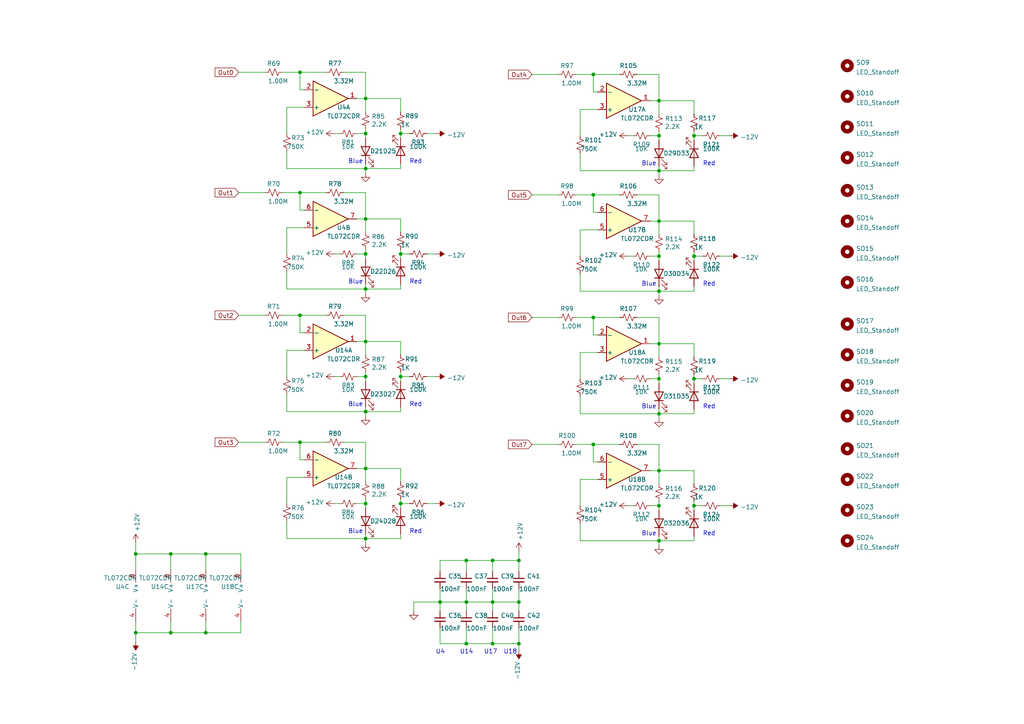
<source format=kicad_sch>
(kicad_sch (version 20211123) (generator eeschema)
  (paper "A4")
  (junction (at 106.045 119.38))
  (junction (at 59.69 160.655))
  (junction (at 135.255 174.625))
  (junction (at 106.045 73.66))
  (junction (at 201.295 39.37))
  (junction (at 191.135 39.37))
  (junction (at 191.135 64.135))
  (junction (at 191.135 99.695))
  (junction (at 106.045 109.22))
  (junction (at 116.205 109.22))
  (junction (at 106.045 28.575))
  (junction (at 150.495 162.56))
  (junction (at 116.205 146.05))
  (junction (at 142.875 186.69))
  (junction (at 49.53 183.515))
  (junction (at 150.495 174.625))
  (junction (at 39.37 160.655))
  (junction (at 59.69 183.515))
  (junction (at 172.085 56.515))
  (junction (at 106.045 38.735))
  (junction (at 135.255 186.69))
  (junction (at 116.205 73.66))
  (junction (at 142.875 162.56))
  (junction (at 150.495 186.69))
  (junction (at 106.045 146.05))
  (junction (at 106.045 99.06))
  (junction (at 191.135 120.015))
  (junction (at 86.995 20.955))
  (junction (at 39.37 183.515))
  (junction (at 172.085 128.905))
  (junction (at 191.135 49.53))
  (junction (at 142.875 174.625))
  (junction (at 127.635 174.625))
  (junction (at 191.135 156.845))
  (junction (at 191.135 109.855))
  (junction (at 201.295 109.855))
  (junction (at 106.045 63.5))
  (junction (at 106.045 156.21))
  (junction (at 201.295 146.685))
  (junction (at 191.135 146.685))
  (junction (at 191.135 74.295))
  (junction (at 106.045 135.89))
  (junction (at 106.045 83.82))
  (junction (at 172.085 21.59))
  (junction (at 201.295 74.295))
  (junction (at 86.995 128.27))
  (junction (at 106.045 48.895))
  (junction (at 172.085 92.075))
  (junction (at 191.135 29.21))
  (junction (at 86.995 91.44))
  (junction (at 191.135 84.455))
  (junction (at 191.135 136.525))
  (junction (at 49.53 160.655))
  (junction (at 135.255 162.56))
  (junction (at 86.995 55.88))
  (junction (at 116.205 38.735))
  (wire (pts (xy 135.255 174.625) (xy 135.255 177.165)))
  (wire (pts (xy 116.205 144.78) (xy 116.205 146.05)))
  (wire (pts (xy 182.245 146.685) (xy 183.515 146.685)))
  (wire (pts (xy 201.295 120.015) (xy 191.135 120.015)))
  (wire (pts (xy 127.635 170.815) (xy 127.635 174.625)))
  (wire (pts (xy 116.205 154.94) (xy 116.205 156.21)))
  (wire (pts (xy 116.205 146.05) (xy 116.205 147.32)))
  (wire (pts (xy 191.135 74.295) (xy 191.135 73.025)))
  (wire (pts (xy 81.915 20.955) (xy 86.995 20.955)))
  (wire (pts (xy 167.005 21.59) (xy 172.085 21.59)))
  (wire (pts (xy 161.925 56.515) (xy 154.305 56.515)))
  (wire (pts (xy 59.69 160.655) (xy 49.53 160.655)))
  (wire (pts (xy 173.355 61.595) (xy 172.085 61.595)))
  (wire (pts (xy 49.53 160.655) (xy 49.53 165.1)))
  (wire (pts (xy 106.045 102.87) (xy 106.045 99.06)))
  (wire (pts (xy 83.185 83.82) (xy 106.045 83.82)))
  (wire (pts (xy 97.155 146.05) (xy 98.425 146.05)))
  (wire (pts (xy 116.205 109.22) (xy 116.205 110.49)))
  (wire (pts (xy 191.135 140.335) (xy 191.135 136.525)))
  (wire (pts (xy 191.135 99.695) (xy 188.595 99.695)))
  (wire (pts (xy 142.875 182.245) (xy 142.875 186.69)))
  (wire (pts (xy 106.045 99.06) (xy 103.505 99.06)))
  (wire (pts (xy 49.53 180.34) (xy 49.53 183.515)))
  (wire (pts (xy 191.135 136.525) (xy 188.595 136.525)))
  (wire (pts (xy 135.255 162.56) (xy 135.255 165.735)))
  (wire (pts (xy 191.135 109.855) (xy 191.135 108.585)))
  (wire (pts (xy 127.635 165.735) (xy 127.635 162.56)))
  (wire (pts (xy 106.045 110.49) (xy 106.045 109.22)))
  (wire (pts (xy 168.275 84.455) (xy 191.135 84.455)))
  (wire (pts (xy 59.69 183.515) (xy 49.53 183.515)))
  (wire (pts (xy 201.295 74.295) (xy 201.295 75.565)))
  (wire (pts (xy 191.135 158.115) (xy 191.135 156.845)))
  (wire (pts (xy 191.135 75.565) (xy 191.135 74.295)))
  (wire (pts (xy 142.875 174.625) (xy 142.875 177.165)))
  (wire (pts (xy 172.085 21.59) (xy 179.705 21.59)))
  (wire (pts (xy 106.045 85.09) (xy 106.045 83.82)))
  (wire (pts (xy 208.915 74.295) (xy 211.455 74.295)))
  (wire (pts (xy 191.135 29.21) (xy 201.295 29.21)))
  (wire (pts (xy 106.045 28.575) (xy 103.505 28.575)))
  (wire (pts (xy 172.085 26.67) (xy 172.085 21.59)))
  (wire (pts (xy 97.155 109.22) (xy 98.425 109.22)))
  (wire (pts (xy 201.295 84.455) (xy 191.135 84.455)))
  (wire (pts (xy 188.595 109.855) (xy 191.135 109.855)))
  (wire (pts (xy 208.915 109.855) (xy 211.455 109.855)))
  (wire (pts (xy 191.135 40.64) (xy 191.135 39.37)))
  (wire (pts (xy 106.045 48.895) (xy 106.045 47.625)))
  (wire (pts (xy 135.255 186.69) (xy 142.875 186.69)))
  (wire (pts (xy 172.085 97.155) (xy 172.085 92.075)))
  (wire (pts (xy 99.695 128.27) (xy 106.045 128.27)))
  (wire (pts (xy 208.915 39.37) (xy 211.455 39.37)))
  (wire (pts (xy 172.085 56.515) (xy 179.705 56.515)))
  (wire (pts (xy 173.355 66.675) (xy 168.275 66.675)))
  (wire (pts (xy 201.295 29.21) (xy 201.295 33.02)))
  (wire (pts (xy 86.995 55.88) (xy 94.615 55.88)))
  (wire (pts (xy 191.135 120.015) (xy 191.135 118.745)))
  (wire (pts (xy 150.495 186.69) (xy 150.495 188.595)))
  (wire (pts (xy 191.135 56.515) (xy 191.135 64.135)))
  (wire (pts (xy 127.635 186.69) (xy 135.255 186.69)))
  (wire (pts (xy 106.045 135.89) (xy 103.505 135.89)))
  (wire (pts (xy 88.265 138.43) (xy 83.185 138.43)))
  (wire (pts (xy 127.635 174.625) (xy 127.635 177.165)))
  (wire (pts (xy 116.205 47.625) (xy 116.205 48.895)))
  (wire (pts (xy 76.835 55.88) (xy 69.215 55.88)))
  (wire (pts (xy 116.205 135.89) (xy 116.205 139.7)))
  (wire (pts (xy 135.255 174.625) (xy 127.635 174.625)))
  (wire (pts (xy 168.275 102.235) (xy 168.275 109.855)))
  (wire (pts (xy 106.045 63.5) (xy 103.505 63.5)))
  (wire (pts (xy 116.205 118.11) (xy 116.205 119.38)))
  (wire (pts (xy 184.785 56.515) (xy 191.135 56.515)))
  (wire (pts (xy 191.135 146.685) (xy 191.135 145.415)))
  (wire (pts (xy 201.295 99.695) (xy 201.295 103.505)))
  (wire (pts (xy 76.835 128.27) (xy 69.215 128.27)))
  (wire (pts (xy 106.045 119.38) (xy 106.045 118.11)))
  (wire (pts (xy 86.995 133.35) (xy 86.995 128.27)))
  (wire (pts (xy 116.205 28.575) (xy 116.205 32.385)))
  (wire (pts (xy 168.275 79.375) (xy 168.275 84.455)))
  (wire (pts (xy 135.255 182.245) (xy 135.255 186.69)))
  (wire (pts (xy 150.495 182.245) (xy 150.495 186.69)))
  (wire (pts (xy 167.005 56.515) (xy 172.085 56.515)))
  (wire (pts (xy 83.185 78.74) (xy 83.185 83.82)))
  (wire (pts (xy 201.295 136.525) (xy 201.295 140.335)))
  (wire (pts (xy 103.505 109.22) (xy 106.045 109.22)))
  (wire (pts (xy 116.205 119.38) (xy 106.045 119.38)))
  (wire (pts (xy 201.295 49.53) (xy 191.135 49.53)))
  (wire (pts (xy 59.69 160.655) (xy 59.69 165.1)))
  (wire (pts (xy 201.295 109.855) (xy 201.295 111.125)))
  (wire (pts (xy 184.785 21.59) (xy 191.135 21.59)))
  (wire (pts (xy 116.205 82.55) (xy 116.205 83.82)))
  (wire (pts (xy 81.915 55.88) (xy 86.995 55.88)))
  (wire (pts (xy 86.995 91.44) (xy 94.615 91.44)))
  (wire (pts (xy 191.135 21.59) (xy 191.135 29.21)))
  (wire (pts (xy 69.85 183.515) (xy 59.69 183.515)))
  (wire (pts (xy 191.135 50.8) (xy 191.135 49.53)))
  (wire (pts (xy 39.37 160.655) (xy 39.37 165.1)))
  (wire (pts (xy 173.355 26.67) (xy 172.085 26.67)))
  (wire (pts (xy 142.875 162.56) (xy 142.875 165.735)))
  (wire (pts (xy 88.265 31.115) (xy 83.185 31.115)))
  (wire (pts (xy 106.045 120.65) (xy 106.045 119.38)))
  (wire (pts (xy 116.205 83.82) (xy 106.045 83.82)))
  (wire (pts (xy 201.295 109.855) (xy 203.835 109.855)))
  (wire (pts (xy 191.135 121.285) (xy 191.135 120.015)))
  (wire (pts (xy 188.595 39.37) (xy 191.135 39.37)))
  (wire (pts (xy 103.505 38.735) (xy 106.045 38.735)))
  (wire (pts (xy 173.355 97.155) (xy 172.085 97.155)))
  (wire (pts (xy 201.295 64.135) (xy 201.295 67.945)))
  (wire (pts (xy 83.185 138.43) (xy 83.185 146.05)))
  (wire (pts (xy 201.295 39.37) (xy 203.835 39.37)))
  (wire (pts (xy 184.785 128.905) (xy 191.135 128.905)))
  (wire (pts (xy 168.275 114.935) (xy 168.275 120.015)))
  (wire (pts (xy 168.275 156.845) (xy 191.135 156.845)))
  (wire (pts (xy 201.295 83.185) (xy 201.295 84.455)))
  (wire (pts (xy 191.135 49.53) (xy 191.135 48.26)))
  (wire (pts (xy 81.915 91.44) (xy 86.995 91.44)))
  (wire (pts (xy 106.045 128.27) (xy 106.045 135.89)))
  (wire (pts (xy 83.185 48.895) (xy 106.045 48.895)))
  (wire (pts (xy 106.045 67.31) (xy 106.045 63.5)))
  (wire (pts (xy 83.185 31.115) (xy 83.185 38.735)))
  (wire (pts (xy 106.045 99.06) (xy 116.205 99.06)))
  (wire (pts (xy 106.045 146.05) (xy 106.045 144.78)))
  (wire (pts (xy 123.825 146.05) (xy 126.365 146.05)))
  (wire (pts (xy 172.085 128.905) (xy 179.705 128.905)))
  (wire (pts (xy 201.295 155.575) (xy 201.295 156.845)))
  (wire (pts (xy 49.53 183.515) (xy 39.37 183.515)))
  (wire (pts (xy 191.135 99.695) (xy 201.295 99.695)))
  (wire (pts (xy 191.135 33.02) (xy 191.135 29.21)))
  (wire (pts (xy 106.045 157.48) (xy 106.045 156.21)))
  (wire (pts (xy 135.255 170.815) (xy 135.255 174.625)))
  (wire (pts (xy 86.995 128.27) (xy 94.615 128.27)))
  (wire (pts (xy 173.355 102.235) (xy 168.275 102.235)))
  (wire (pts (xy 142.875 186.69) (xy 150.495 186.69)))
  (wire (pts (xy 201.295 156.845) (xy 191.135 156.845)))
  (wire (pts (xy 201.295 48.26) (xy 201.295 49.53)))
  (wire (pts (xy 167.005 92.075) (xy 172.085 92.075)))
  (wire (pts (xy 173.355 133.985) (xy 172.085 133.985)))
  (wire (pts (xy 116.205 37.465) (xy 116.205 38.735)))
  (wire (pts (xy 168.275 120.015) (xy 191.135 120.015)))
  (wire (pts (xy 86.995 60.96) (xy 86.995 55.88)))
  (wire (pts (xy 201.295 108.585) (xy 201.295 109.855)))
  (wire (pts (xy 106.045 109.22) (xy 106.045 107.95)))
  (wire (pts (xy 106.045 38.735) (xy 106.045 37.465)))
  (wire (pts (xy 191.135 92.075) (xy 191.135 99.695)))
  (wire (pts (xy 172.085 133.985) (xy 172.085 128.905)))
  (wire (pts (xy 88.265 101.6) (xy 83.185 101.6)))
  (wire (pts (xy 106.045 135.89) (xy 116.205 135.89)))
  (wire (pts (xy 116.205 156.21) (xy 106.045 156.21)))
  (wire (pts (xy 86.995 26.035) (xy 86.995 20.955)))
  (wire (pts (xy 142.875 174.625) (xy 150.495 174.625)))
  (wire (pts (xy 201.295 73.025) (xy 201.295 74.295)))
  (wire (pts (xy 150.495 160.02) (xy 150.495 162.56)))
  (wire (pts (xy 99.695 91.44) (xy 106.045 91.44)))
  (wire (pts (xy 69.85 160.655) (xy 59.69 160.655)))
  (wire (pts (xy 88.265 26.035) (xy 86.995 26.035)))
  (wire (pts (xy 168.275 66.675) (xy 168.275 74.295)))
  (wire (pts (xy 191.135 111.125) (xy 191.135 109.855)))
  (wire (pts (xy 83.185 43.815) (xy 83.185 48.895)))
  (wire (pts (xy 191.135 128.905) (xy 191.135 136.525)))
  (wire (pts (xy 191.135 29.21) (xy 188.595 29.21)))
  (wire (pts (xy 86.995 96.52) (xy 86.995 91.44)))
  (wire (pts (xy 69.85 165.1) (xy 69.85 160.655)))
  (wire (pts (xy 83.185 66.04) (xy 83.185 73.66)))
  (wire (pts (xy 191.135 156.845) (xy 191.135 155.575)))
  (wire (pts (xy 83.185 151.13) (xy 83.185 156.21)))
  (wire (pts (xy 106.045 73.66) (xy 106.045 72.39)))
  (wire (pts (xy 168.275 151.765) (xy 168.275 156.845)))
  (wire (pts (xy 106.045 83.82) (xy 106.045 82.55)))
  (wire (pts (xy 39.37 183.515) (xy 39.37 180.34)))
  (wire (pts (xy 103.505 73.66) (xy 106.045 73.66)))
  (wire (pts (xy 116.205 48.895) (xy 106.045 48.895)))
  (wire (pts (xy 191.135 64.135) (xy 188.595 64.135)))
  (wire (pts (xy 123.825 73.66) (xy 126.365 73.66)))
  (wire (pts (xy 88.265 133.35) (xy 86.995 133.35)))
  (wire (pts (xy 142.875 170.815) (xy 142.875 174.625)))
  (wire (pts (xy 173.355 139.065) (xy 168.275 139.065)))
  (wire (pts (xy 191.135 84.455) (xy 191.135 83.185)))
  (wire (pts (xy 172.085 92.075) (xy 179.705 92.075)))
  (wire (pts (xy 83.185 114.3) (xy 83.185 119.38)))
  (wire (pts (xy 182.245 74.295) (xy 183.515 74.295)))
  (wire (pts (xy 191.135 85.725) (xy 191.135 84.455)))
  (wire (pts (xy 76.835 91.44) (xy 69.215 91.44)))
  (wire (pts (xy 116.205 107.95) (xy 116.205 109.22)))
  (wire (pts (xy 88.265 96.52) (xy 86.995 96.52)))
  (wire (pts (xy 184.785 92.075) (xy 191.135 92.075)))
  (wire (pts (xy 201.295 39.37) (xy 201.295 40.64)))
  (wire (pts (xy 83.185 156.21) (xy 106.045 156.21)))
  (wire (pts (xy 106.045 63.5) (xy 116.205 63.5)))
  (wire (pts (xy 103.505 146.05) (xy 106.045 146.05)))
  (wire (pts (xy 135.255 162.56) (xy 142.875 162.56)))
  (wire (pts (xy 201.295 38.1) (xy 201.295 39.37)))
  (wire (pts (xy 191.135 64.135) (xy 201.295 64.135)))
  (wire (pts (xy 106.045 28.575) (xy 116.205 28.575)))
  (wire (pts (xy 86.995 20.955) (xy 94.615 20.955)))
  (wire (pts (xy 208.915 146.685) (xy 211.455 146.685)))
  (wire (pts (xy 116.205 73.66) (xy 118.745 73.66)))
  (wire (pts (xy 116.205 146.05) (xy 118.745 146.05)))
  (wire (pts (xy 142.875 174.625) (xy 135.255 174.625)))
  (wire (pts (xy 83.185 119.38) (xy 106.045 119.38)))
  (wire (pts (xy 97.155 73.66) (xy 98.425 73.66)))
  (wire (pts (xy 168.275 44.45) (xy 168.275 49.53)))
  (wire (pts (xy 150.495 170.815) (xy 150.495 174.625)))
  (wire (pts (xy 99.695 20.955) (xy 106.045 20.955)))
  (wire (pts (xy 49.53 160.655) (xy 39.37 160.655)))
  (wire (pts (xy 106.045 91.44) (xy 106.045 99.06)))
  (wire (pts (xy 99.695 55.88) (xy 106.045 55.88)))
  (wire (pts (xy 39.37 157.48) (xy 39.37 160.655)))
  (wire (pts (xy 150.495 162.56) (xy 150.495 165.735)))
  (wire (pts (xy 116.205 73.66) (xy 116.205 74.93)))
  (wire (pts (xy 106.045 74.93) (xy 106.045 73.66)))
  (wire (pts (xy 106.045 50.165) (xy 106.045 48.895)))
  (wire (pts (xy 167.005 128.905) (xy 172.085 128.905)))
  (wire (pts (xy 161.925 92.075) (xy 154.305 92.075)))
  (wire (pts (xy 201.295 146.685) (xy 203.835 146.685)))
  (wire (pts (xy 106.045 40.005) (xy 106.045 38.735)))
  (wire (pts (xy 182.245 109.855) (xy 183.515 109.855)))
  (wire (pts (xy 116.205 109.22) (xy 118.745 109.22)))
  (wire (pts (xy 106.045 32.385) (xy 106.045 28.575)))
  (wire (pts (xy 201.295 118.745) (xy 201.295 120.015)))
  (wire (pts (xy 142.875 162.56) (xy 150.495 162.56)))
  (wire (pts (xy 188.595 74.295) (xy 191.135 74.295)))
  (wire (pts (xy 106.045 147.32) (xy 106.045 146.05)))
  (wire (pts (xy 173.355 31.75) (xy 168.275 31.75)))
  (wire (pts (xy 201.295 146.685) (xy 201.295 147.955)))
  (wire (pts (xy 172.085 61.595) (xy 172.085 56.515)))
  (wire (pts (xy 191.135 103.505) (xy 191.135 99.695)))
  (wire (pts (xy 88.265 66.04) (xy 83.185 66.04)))
  (wire (pts (xy 81.915 128.27) (xy 86.995 128.27)))
  (wire (pts (xy 168.275 31.75) (xy 168.275 39.37)))
  (wire (pts (xy 88.265 60.96) (xy 86.995 60.96)))
  (wire (pts (xy 127.635 162.56) (xy 135.255 162.56)))
  (wire (pts (xy 116.205 38.735) (xy 118.745 38.735)))
  (wire (pts (xy 116.205 63.5) (xy 116.205 67.31)))
  (wire (pts (xy 123.825 38.735) (xy 126.365 38.735)))
  (wire (pts (xy 106.045 139.7) (xy 106.045 135.89)))
  (wire (pts (xy 161.925 128.905) (xy 154.305 128.905)))
  (wire (pts (xy 201.295 145.415) (xy 201.295 146.685)))
  (wire (pts (xy 106.045 55.88) (xy 106.045 63.5)))
  (wire (pts (xy 150.495 174.625) (xy 150.495 177.165)))
  (wire (pts (xy 120.015 177.165) (xy 120.015 174.625)))
  (wire (pts (xy 116.205 72.39) (xy 116.205 73.66)))
  (wire (pts (xy 69.85 180.34) (xy 69.85 183.515)))
  (wire (pts (xy 76.835 20.955) (xy 69.215 20.955)))
  (wire (pts (xy 168.275 139.065) (xy 168.275 146.685)))
  (wire (pts (xy 83.185 101.6) (xy 83.185 109.22)))
  (wire (pts (xy 168.275 49.53) (xy 191.135 49.53)))
  (wire (pts (xy 106.045 20.955) (xy 106.045 28.575)))
  (wire (pts (xy 161.925 21.59) (xy 154.305 21.59)))
  (wire (pts (xy 191.135 136.525) (xy 201.295 136.525)))
  (wire (pts (xy 39.37 183.515) (xy 39.37 186.055)))
  (wire (pts (xy 201.295 74.295) (xy 203.835 74.295)))
  (wire (pts (xy 97.155 38.735) (xy 98.425 38.735)))
  (wire (pts (xy 120.015 174.625) (xy 127.635 174.625)))
  (wire (pts (xy 127.635 182.245) (xy 127.635 186.69)))
  (wire (pts (xy 116.205 38.735) (xy 116.205 40.005)))
  (wire (pts (xy 123.825 109.22) (xy 126.365 109.22)))
  (wire (pts (xy 191.135 67.945) (xy 191.135 64.135)))
  (wire (pts (xy 182.245 39.37) (xy 183.515 39.37)))
  (wire (pts (xy 59.69 180.34) (xy 59.69 183.515)))
  (wire (pts (xy 106.045 156.21) (xy 106.045 154.94)))
  (wire (pts (xy 116.205 99.06) (xy 116.205 102.87)))
  (wire (pts (xy 188.595 146.685) (xy 191.135 146.685)))
  (wire (pts (xy 191.135 39.37) (xy 191.135 38.1)))
  (wire (pts (xy 191.135 147.955) (xy 191.135 146.685)))
  (text "Red" (at 118.745 47.625 0) (effects (font (size 1.27 1.27)) (justify left bottom)))
  (text "Red" (at 118.745 118.11 0) (effects (font (size 1.27 1.27)) (justify left bottom)))
  (text "Blue" (at 100.965 82.55 0) (effects (font (size 1.27 1.27)) (justify left bottom)))
  (text "Red" (at 203.835 155.575 0) (effects (font (size 1.27 1.27)) (justify left bottom)))
  (text "Blue" (at 100.965 118.11 0) (effects (font (size 1.27 1.27)) (justify left bottom)))
  (text "Blue" (at 100.965 47.625 0) (effects (font (size 1.27 1.27)) (justify left bottom)))
  (text "U14" (at 133.35 189.865 0) (effects (font (size 1.27 1.27)) (justify left bottom)))
  (text "Red" (at 203.835 118.745 0) (effects (font (size 1.27 1.27)) (justify left bottom)))
  (text "U4" (at 126.365 189.865 0) (effects (font (size 1.27 1.27)) (justify left bottom)))
  (text "Red" (at 118.745 154.94 0) (effects (font (size 1.27 1.27)) (justify left bottom)))
  (text "U18" (at 146.05 189.865 0) (effects (font (size 1.27 1.27)) (justify left bottom)))
  (text "Red" (at 203.835 83.185 0) (effects (font (size 1.27 1.27)) (justify left bottom)))
  (text "Blue" (at 186.055 118.745 0) (effects (font (size 1.27 1.27)) (justify left bottom)))
  (text "Blue" (at 100.965 154.94 0) (effects (font (size 1.27 1.27)) (justify left bottom)))
  (text "Red" (at 118.745 82.55 0) (effects (font (size 1.27 1.27)) (justify left bottom)))
  (text "Blue" (at 186.055 83.185 0) (effects (font (size 1.27 1.27)) (justify left bottom)))
  (text "Red" (at 203.835 48.26 0) (effects (font (size 1.27 1.27)) (justify left bottom)))
  (text "Blue" (at 186.055 155.575 0) (effects (font (size 1.27 1.27)) (justify left bottom)))
  (text "Blue" (at 186.055 48.26 0) (effects (font (size 1.27 1.27)) (justify left bottom)))
  (text "U17" (at 140.335 189.865 0) (effects (font (size 1.27 1.27)) (justify left bottom)))
  (global_label "Out5" (shape input) (at 154.305 56.515 180) (property "Intersheet References" "${INTERSHEET_REFS}" (effects hide)))
  (global_label "Out4" (shape input) (at 154.305 21.59 180) (property "Intersheet References" "${INTERSHEET_REFS}" (effects hide)))
  (global_label "Out7" (shape input) (at 154.305 128.905 180) (property "Intersheet References" "${INTERSHEET_REFS}" (effects hide)))
  (global_label "Out2" (shape input) (at 69.215 91.44 180) (property "Intersheet References" "${INTERSHEET_REFS}" (effects hide)))
  (global_label "Out0" (shape input) (at 69.215 20.955 180) (property "Intersheet References" "${INTERSHEET_REFS}" (effects hide)))
  (global_label "Out3" (shape input) (at 69.215 128.27 180) (property "Intersheet References" "${INTERSHEET_REFS}" (effects hide)))
  (global_label "Out6" (shape input) (at 154.305 92.075 180) (property "Intersheet References" "${INTERSHEET_REFS}" (effects hide)))
  (global_label "Out1" (shape input) (at 69.215 55.88 180) (property "Intersheet References" "${INTERSHEET_REFS}" (effects hide)))
  (symbol (lib_id "Amplifier_Operational:TL072") (at 57.15 172.72 0) (mirror y) (unit 3)
    (property "Reference" "U17" (at 56.515 170.18 0))
    (property "Value" "TL072CDR" (at 55.245 167.64 0))
    (property "Footprint" "Package_SO:SOIC-8-1EP_3.9x4.9mm_P1.27mm_EP2.29x3mm" (effects hide))
    (property "Datasheet" "http://www.ti.com/lit/ds/symlink/tl071.pdf" (effects hide))
    (property "Digi-Key Part" "296-47385-1-ND" (effects hide))
    (property " LCSC Part #" "C67473" (effects hide))
  )
  (symbol (lib_id "Device:R_Small_US") (at 201.295 142.875 0) (unit 1)
    (property "Reference" "R120" (at 202.565 141.605 0) (effects (justify left)))
    (property "Value" "1K" (at 201.295 144.145 0) (effects (justify left)))
    (property "Footprint" "Resistor_SMD:R_0805_2012Metric_Pad1.20x1.40mm_HandSolder" (effects hide))
    (property "Digi-Key Part" "311-10KARCT-ND" (effects hide))
    (property " LCSC Part #" "C100047" (effects hide))
  )
  (symbol (lib_id "Device:R_Small_US") (at 79.375 128.27 90) (unit 1)
    (property "Reference" "R72" (at 79.375 125.73 90))
    (property "Value" "1.00M" (at 80.645 130.81 90))
    (property "Footprint" "Resistor_SMD:R_0805_2012Metric_Pad1.20x1.40mm_HandSolder" (effects hide))
    (property "Digi-Key Part" "311-1.00MCRCT-ND" (effects hide))
    (property " LCSC Part #" "C107700" (effects hide))
  )
  (symbol (lib_id "power:+12V") (at 150.495 160.02 0) (unit 1)
    (property "Reference" "#PWR094" (effects hide))
    (property "Value" "+12V" (at 150.876 156.7688 90) (effects (justify left)))
  )
  (symbol (lib_id "Device:LED") (at 106.045 151.13 90) (unit 1)
    (property "Reference" "D24" (at 107.315 151.13 90) (effects (justify right)))
    (property "Value" "BLUE LED" (effects hide))
    (property "Footprint" "LED_THT:LED_D3.0mm" (effects hide))
    (property "Digi-Key Part" "732-11401-ND" (effects hide))
  )
  (symbol (lib_id "Device:R_Small_US") (at 83.185 111.76 0) (unit 1)
    (property "Reference" "R75" (at 84.455 110.49 0) (effects (justify left)))
    (property "Value" "750K" (at 83.185 113.03 0) (effects (justify left)))
    (property "Footprint" "Resistor_SMD:R_0805_2012Metric_Pad1.20x1.40mm_HandSolder" (effects hide))
    (property "Digi-Key Part" "311-750KARCT-ND" (effects hide))
    (property " LCSC Part #" "C137408" (effects hide))
  )
  (symbol (lib_id "Device:LED") (at 116.205 151.13 270) (unit 1)
    (property "Reference" "D28" (at 114.935 151.13 90) (effects (justify right)))
    (property "Value" "RED LED" (effects hide))
    (property "Footprint" "LED_THT:LED_D3.0mm" (effects hide))
    (property "Digi-Key Part" "732-5005-ND" (effects hide))
  )
  (symbol (lib_id "power:+12V") (at 182.245 109.855 90) (unit 1)
    (property "Reference" "#PWR082" (effects hide))
    (property "Value" "+12V" (at 178.9938 109.474 90) (effects (justify left)))
  )
  (symbol (lib_id "Amplifier_Operational:TL072") (at 180.975 136.525 0) (mirror x) (unit 2)
    (property "Reference" "U18" (at 184.785 139.065 0))
    (property "Value" "TL072CDR" (at 184.785 141.605 0))
    (property "Footprint" "Package_SO:SOIC-8-1EP_3.9x4.9mm_P1.27mm_EP2.29x3mm" (effects hide))
    (property "Datasheet" "http://www.ti.com/lit/ds/symlink/tl071.pdf" (effects hide))
    (property "Digi-Key Part" "296-47385-1-ND" (effects hide))
    (property " LCSC Part #" "C67473" (effects hide))
  )
  (symbol (lib_id "Amplifier_Operational:TL072") (at 180.975 29.21 0) (mirror x) (unit 1)
    (property "Reference" "U17" (at 184.785 31.75 0))
    (property "Value" "TL072CDR" (at 184.785 34.29 0))
    (property "Footprint" "Package_SO:SOIC-8-1EP_3.9x4.9mm_P1.27mm_EP2.29x3mm" (effects hide))
    (property "Datasheet" "http://www.ti.com/lit/ds/symlink/tl071.pdf" (effects hide))
    (property "Digi-Key Part" "296-47385-1-ND" (effects hide))
    (property " LCSC Part #" "C67473" (effects hide))
  )
  (symbol (lib_id "Device:R_Small_US") (at 164.465 128.905 90) (unit 1)
    (property "Reference" "R100" (at 164.465 126.365 90))
    (property "Value" "1.00M" (at 165.735 131.445 90))
    (property "Footprint" "Resistor_SMD:R_0805_2012Metric_Pad1.20x1.40mm_HandSolder" (effects hide))
    (property "Digi-Key Part" "311-1.00MCRCT-ND" (effects hide))
    (property " LCSC Part #" "C107700" (effects hide))
  )
  (symbol (lib_id "power:-12V") (at 211.455 39.37 270) (unit 1)
    (property "Reference" "#PWR088" (effects hide))
    (property "Value" "-12V" (at 214.7062 39.751 90) (effects (justify left)))
  )
  (symbol (lib_id "power:+12V") (at 97.155 109.22 90) (unit 1)
    (property "Reference" "#PWR058" (effects hide))
    (property "Value" "+12V" (at 93.9038 108.839 90) (effects (justify left)))
  )
  (symbol (lib_id "Device:R_Small_US") (at 100.965 73.66 90) (unit 1)
    (property "Reference" "R82" (at 100.965 76.2 90))
    (property "Value" "10K" (at 100.965 77.47 90))
    (property "Footprint" "Resistor_SMD:R_0805_2012Metric_Pad1.20x1.40mm_HandSolder" (effects hide))
    (property "Digi-Key Part" "13-RC0805JR-1010KLCT-ND" (effects hide))
    (property " LCSC Part #" "C138260" (effects hide))
  )
  (symbol (lib_id "greenface:LED_Standoff") (at 245.745 19.05 0) (unit 1) (on_board no)
    (property "Reference" "SO9" (at 248.285 18.1415 0) (effects (justify left)))
    (property "Value" "LED_Standoff" (at 248.285 20.9166 0) (effects (justify left)))
    (property "Digi-Key Part" "732-11607-ND" (effects hide))
  )
  (symbol (lib_id "power:-12V") (at 126.365 146.05 270) (unit 1)
    (property "Reference" "#PWR079" (effects hide))
    (property "Value" "-12V" (at 129.6162 146.431 90) (effects (justify left)))
  )
  (symbol (lib_id "Device:R_Small_US") (at 116.205 69.85 0) (unit 1)
    (property "Reference" "R90" (at 117.475 68.58 0) (effects (justify left)))
    (property "Value" "1K" (at 116.205 71.12 0) (effects (justify left)))
    (property "Footprint" "Resistor_SMD:R_0805_2012Metric_Pad1.20x1.40mm_HandSolder" (effects hide))
    (property "Digi-Key Part" "311-10KARCT-ND" (effects hide))
    (property " LCSC Part #" "C100047" (effects hide))
  )
  (symbol (lib_id "power:+12V") (at 97.155 38.735 90) (unit 1)
    (property "Reference" "#PWR025" (effects hide))
    (property "Value" "+12V" (at 93.9038 38.354 90) (effects (justify left)))
  )
  (symbol (lib_id "Device:R_Small_US") (at 79.375 20.955 90) (unit 1)
    (property "Reference" "R69" (at 79.375 18.415 90))
    (property "Value" "1.00M" (at 80.645 23.495 90))
    (property "Footprint" "Resistor_SMD:R_0805_2012Metric_Pad1.20x1.40mm_HandSolder" (effects hide))
    (property "Digi-Key Part" "311-1.00MCRCT-ND" (effects hide))
    (property " LCSC Part #" "C107700" (effects hide))
  )
  (symbol (lib_id "Device:LED") (at 116.205 114.3 270) (unit 1)
    (property "Reference" "D27" (at 114.935 114.3 90) (effects (justify right)))
    (property "Value" "RED LED" (effects hide))
    (property "Footprint" "LED_THT:LED_D3.0mm" (effects hide))
    (property "Digi-Key Part" "732-5005-ND" (effects hide))
  )
  (symbol (lib_id "Device:LED") (at 191.135 114.935 90) (unit 1)
    (property "Reference" "D31" (at 192.405 114.935 90) (effects (justify right)))
    (property "Value" "BLUE LED" (effects hide))
    (property "Footprint" "LED_THT:LED_D3.0mm" (effects hide))
    (property "Digi-Key Part" "732-11401-ND" (effects hide))
  )
  (symbol (lib_id "Device:R_Small_US") (at 121.285 146.05 90) (unit 1)
    (property "Reference" "R96" (at 121.285 148.59 90))
    (property "Value" "100K" (at 121.285 149.86 90))
    (property "Footprint" "Resistor_SMD:R_0805_2012Metric_Pad1.20x1.40mm_HandSolder" (effects hide))
    (property "Digi-Key Part" "311-56KARCT-ND" (effects hide))
    (property " LCSC Part #" "C100049" (effects hide))
  )
  (symbol (lib_id "power:-12V") (at 150.495 188.595 180) (unit 1)
    (property "Reference" "#PWR095" (effects hide))
    (property "Value" "-12V" (at 150.114 191.8462 90) (effects (justify left)))
  )
  (symbol (lib_id "greenface:LED_Standoff") (at 245.745 102.87 0) (unit 1) (on_board no)
    (property "Reference" "SO18" (at 248.285 101.9615 0) (effects (justify left)))
    (property "Value" "LED_Standoff" (at 248.285 104.7366 0) (effects (justify left)))
    (property "Digi-Key Part" "732-11607-ND" (effects hide))
  )
  (symbol (lib_id "Device:R_Small_US") (at 201.295 35.56 0) (unit 1)
    (property "Reference" "R117" (at 202.565 34.29 0) (effects (justify left)))
    (property "Value" "1K" (at 201.295 36.83 0) (effects (justify left)))
    (property "Footprint" "Resistor_SMD:R_0805_2012Metric_Pad1.20x1.40mm_HandSolder" (effects hide))
    (property "Digi-Key Part" "311-10KARCT-ND" (effects hide))
    (property " LCSC Part #" "C100047" (effects hide))
  )
  (symbol (lib_id "Device:R_Small_US") (at 121.285 109.22 90) (unit 1)
    (property "Reference" "R95" (at 121.285 111.76 90))
    (property "Value" "100K" (at 121.285 113.03 90))
    (property "Footprint" "Resistor_SMD:R_0805_2012Metric_Pad1.20x1.40mm_HandSolder" (effects hide))
    (property "Digi-Key Part" "311-56KARCT-ND" (effects hide))
    (property " LCSC Part #" "C100049" (effects hide))
  )
  (symbol (lib_id "Device:LED") (at 191.135 44.45 90) (unit 1)
    (property "Reference" "D29" (at 192.405 44.45 90) (effects (justify right)))
    (property "Value" "BLUE LED" (effects hide))
    (property "Footprint" "LED_THT:LED_D3.0mm" (effects hide))
    (property "Digi-Key Part" "732-11401-ND" (effects hide))
  )
  (symbol (lib_id "Device:R_Small_US") (at 186.055 109.855 90) (unit 1)
    (property "Reference" "R111" (at 186.055 112.395 90))
    (property "Value" "10K" (at 186.055 113.665 90))
    (property "Footprint" "Resistor_SMD:R_0805_2012Metric_Pad1.20x1.40mm_HandSolder" (effects hide))
    (property "Digi-Key Part" "13-RC0805JR-1010KLCT-ND" (effects hide))
    (property " LCSC Part #" "C138260" (effects hide))
  )
  (symbol (lib_id "Device:R_Small_US") (at 164.465 92.075 90) (unit 1)
    (property "Reference" "R99" (at 164.465 89.535 90))
    (property "Value" "1.00M" (at 165.735 94.615 90))
    (property "Footprint" "Resistor_SMD:R_0805_2012Metric_Pad1.20x1.40mm_HandSolder" (effects hide))
    (property "Digi-Key Part" "311-1.00MCRCT-ND" (effects hide))
    (property " LCSC Part #" "C107700" (effects hide))
  )
  (symbol (lib_id "Device:R_Small_US") (at 191.135 70.485 0) (unit 1)
    (property "Reference" "R114" (at 192.8622 69.3166 0) (effects (justify left)))
    (property "Value" "2.2K" (at 192.8622 71.628 0) (effects (justify left)))
    (property "Footprint" "Resistor_SMD:R_0805_2012Metric_Pad1.20x1.40mm_HandSolder" (effects hide))
    (property "Digi-Key Part" "311-2.2KARCT-ND" (effects hide))
    (property " LCSC Part #" "C26017" (effects hide))
  )
  (symbol (lib_id "power:+12V") (at 97.155 146.05 90) (unit 1)
    (property "Reference" "#PWR059" (effects hide))
    (property "Value" "+12V" (at 93.9038 145.669 90) (effects (justify left)))
  )
  (symbol (lib_id "greenface:LED_Standoff") (at 245.745 147.955 0) (unit 1) (on_board no)
    (property "Reference" "SO23" (at 248.285 147.0465 0) (effects (justify left)))
    (property "Value" "LED_Standoff" (at 248.285 149.8216 0) (effects (justify left)))
    (property "Digi-Key Part" "732-11607-ND" (effects hide))
  )
  (symbol (lib_id "Device:C_Small") (at 150.495 179.705 0) (unit 1)
    (property "Reference" "C42" (at 152.8318 178.5366 0) (effects (justify left)))
    (property "Value" "100nF" (at 150.495 182.245 0) (effects (justify left)))
    (property "Footprint" "Capacitor_SMD:C_0805_2012Metric_Pad1.18x1.45mm_HandSolder" (effects hide))
    (property "Datasheet" "http://datasheets.avx.com/SR-Series.pdf" (effects hide))
    (property "Digi-Key Part" "478-10836-1-ND" (effects hide))
    (property " LCSC Part #" "C49678" (effects hide))
  )
  (symbol (lib_id "Device:R_Small_US") (at 106.045 69.85 0) (unit 1)
    (property "Reference" "R86" (at 107.7722 68.6816 0) (effects (justify left)))
    (property "Value" "2.2K" (at 107.7722 70.993 0) (effects (justify left)))
    (property "Footprint" "Resistor_SMD:R_0805_2012Metric_Pad1.20x1.40mm_HandSolder" (effects hide))
    (property "Digi-Key Part" "311-2.2KARCT-ND" (effects hide))
    (property " LCSC Part #" "C26017" (effects hide))
  )
  (symbol (lib_id "Device:R_Small_US") (at 206.375 146.685 90) (unit 1)
    (property "Reference" "R124" (at 206.375 149.225 90))
    (property "Value" "100K" (at 206.375 150.495 90))
    (property "Footprint" "Resistor_SMD:R_0805_2012Metric_Pad1.20x1.40mm_HandSolder" (effects hide))
    (property "Digi-Key Part" "311-56KARCT-ND" (effects hide))
    (property " LCSC Part #" "C100049" (effects hide))
  )
  (symbol (lib_id "Device:LED") (at 201.295 151.765 270) (unit 1)
    (property "Reference" "D36" (at 200.025 151.765 90) (effects (justify right)))
    (property "Value" "RED LED" (effects hide))
    (property "Footprint" "LED_THT:LED_D3.0mm" (effects hide))
    (property "Digi-Key Part" "732-5005-ND" (effects hide))
  )
  (symbol (lib_id "Device:LED") (at 201.295 79.375 270) (unit 1)
    (property "Reference" "D34" (at 200.025 79.375 90) (effects (justify right)))
    (property "Value" "RED LED" (effects hide))
    (property "Footprint" "LED_THT:LED_D3.0mm" (effects hide))
    (property "Digi-Key Part" "732-5005-ND" (effects hide))
  )
  (symbol (lib_id "power:-12V") (at 126.365 38.735 270) (unit 1)
    (property "Reference" "#PWR076" (effects hide))
    (property "Value" "-12V" (at 129.6162 39.116 90) (effects (justify left)))
  )
  (symbol (lib_id "greenface:LED_Standoff") (at 245.745 156.845 0) (unit 1) (on_board no)
    (property "Reference" "SO24" (at 248.285 155.9365 0) (effects (justify left)))
    (property "Value" "LED_Standoff" (at 248.285 158.7116 0) (effects (justify left)))
    (property "Digi-Key Part" "732-11607-ND" (effects hide))
  )
  (symbol (lib_id "power:GND") (at 106.045 120.65 0) (unit 1)
    (property "Reference" "#PWR070" (effects hide))
    (property "Value" "GND" (effects hide))
  )
  (symbol (lib_id "greenface:LED_Standoff") (at 245.745 93.98 0) (unit 1) (on_board no)
    (property "Reference" "SO17" (at 248.285 93.0715 0) (effects (justify left)))
    (property "Value" "LED_Standoff" (at 248.285 95.8466 0) (effects (justify left)))
    (property "Digi-Key Part" "732-11607-ND" (effects hide))
  )
  (symbol (lib_id "Device:R_Small_US") (at 83.185 41.275 0) (unit 1)
    (property "Reference" "R73" (at 84.455 40.005 0) (effects (justify left)))
    (property "Value" "750K" (at 83.185 42.545 0) (effects (justify left)))
    (property "Footprint" "Resistor_SMD:R_0805_2012Metric_Pad1.20x1.40mm_HandSolder" (effects hide))
    (property "Digi-Key Part" "311-750KARCT-ND" (effects hide))
    (property " LCSC Part #" "C137408" (effects hide))
  )
  (symbol (lib_id "Device:LED") (at 116.205 78.74 270) (unit 1)
    (property "Reference" "D26" (at 114.935 78.74 90) (effects (justify right)))
    (property "Value" "RED LED" (effects hide))
    (property "Footprint" "LED_THT:LED_D3.0mm" (effects hide))
    (property "Digi-Key Part" "732-5005-ND" (effects hide))
  )
  (symbol (lib_id "greenface:LED_Standoff") (at 245.745 73.025 0) (unit 1) (on_board no)
    (property "Reference" "SO15" (at 248.285 72.1165 0) (effects (justify left)))
    (property "Value" "LED_Standoff" (at 248.285 74.8916 0) (effects (justify left)))
    (property "Digi-Key Part" "732-11607-ND" (effects hide))
  )
  (symbol (lib_id "power:+12V") (at 182.245 74.295 90) (unit 1)
    (property "Reference" "#PWR081" (effects hide))
    (property "Value" "+12V" (at 178.9938 73.914 90) (effects (justify left)))
  )
  (symbol (lib_id "Device:LED") (at 106.045 78.74 90) (unit 1)
    (property "Reference" "D22" (at 107.315 78.74 90) (effects (justify right)))
    (property "Value" "BLUE LED" (effects hide))
    (property "Footprint" "LED_THT:LED_D3.0mm" (effects hide))
    (property "Digi-Key Part" "732-11401-ND" (effects hide))
  )
  (symbol (lib_id "greenface:LED_Standoff") (at 245.745 45.72 0) (unit 1) (on_board no)
    (property "Reference" "SO12" (at 248.285 44.8115 0) (effects (justify left)))
    (property "Value" "LED_Standoff" (at 248.285 47.5866 0) (effects (justify left)))
    (property "Digi-Key Part" "732-11607-ND" (effects hide))
  )
  (symbol (lib_id "Device:R_Small_US") (at 191.135 35.56 0) (unit 1)
    (property "Reference" "R113" (at 192.8622 34.3916 0) (effects (justify left)))
    (property "Value" "2.2K" (at 192.8622 36.703 0) (effects (justify left)))
    (property "Footprint" "Resistor_SMD:R_0805_2012Metric_Pad1.20x1.40mm_HandSolder" (effects hide))
    (property "Digi-Key Part" "311-2.2KARCT-ND" (effects hide))
    (property " LCSC Part #" "C26017" (effects hide))
  )
  (symbol (lib_id "power:GND") (at 106.045 85.09 0) (unit 1)
    (property "Reference" "#PWR068" (effects hide))
    (property "Value" "GND" (effects hide))
  )
  (symbol (lib_id "Device:R_Small_US") (at 206.375 39.37 90) (unit 1)
    (property "Reference" "R121" (at 206.375 41.91 90))
    (property "Value" "100K" (at 206.375 43.18 90))
    (property "Footprint" "Resistor_SMD:R_0805_2012Metric_Pad1.20x1.40mm_HandSolder" (effects hide))
    (property "Digi-Key Part" "311-56KARCT-ND" (effects hide))
    (property " LCSC Part #" "C100049" (effects hide))
  )
  (symbol (lib_id "Device:R_Small_US") (at 164.465 56.515 90) (unit 1)
    (property "Reference" "R98" (at 164.465 53.975 90))
    (property "Value" "1.00M" (at 165.735 59.055 90))
    (property "Footprint" "Resistor_SMD:R_0805_2012Metric_Pad1.20x1.40mm_HandSolder" (effects hide))
    (property "Digi-Key Part" "311-1.00MCRCT-ND" (effects hide))
    (property " LCSC Part #" "C107700" (effects hide))
  )
  (symbol (lib_id "Device:R_Small_US") (at 97.155 55.88 90) (unit 1)
    (property "Reference" "R78" (at 97.155 53.34 90))
    (property "Value" "3.32M" (at 99.695 58.42 90))
    (property "Footprint" "Resistor_SMD:R_0805_2012Metric_Pad1.20x1.40mm_HandSolder" (effects hide))
    (property "Digi-Key Part" "311-3.32MCRCT-ND" (effects hide))
    (property " LCSC Part #" "C422748" (effects hide))
  )
  (symbol (lib_id "Device:R_Small_US") (at 106.045 34.925 0) (unit 1)
    (property "Reference" "R85" (at 107.7722 33.7566 0) (effects (justify left)))
    (property "Value" "2.2K" (at 107.7722 36.068 0) (effects (justify left)))
    (property "Footprint" "Resistor_SMD:R_0805_2012Metric_Pad1.20x1.40mm_HandSolder" (effects hide))
    (property "Digi-Key Part" "311-2.2KARCT-ND" (effects hide))
    (property " LCSC Part #" "C26017" (effects hide))
  )
  (symbol (lib_id "power:GND") (at 191.135 85.725 0) (unit 1)
    (property "Reference" "#PWR085" (effects hide))
    (property "Value" "GND" (effects hide))
  )
  (symbol (lib_id "Device:R_Small_US") (at 79.375 55.88 90) (unit 1)
    (property "Reference" "R70" (at 79.375 53.34 90))
    (property "Value" "1.00M" (at 80.645 58.42 90))
    (property "Footprint" "Resistor_SMD:R_0805_2012Metric_Pad1.20x1.40mm_HandSolder" (effects hide))
    (property "Digi-Key Part" "311-1.00MCRCT-ND" (effects hide))
    (property " LCSC Part #" "C107700" (effects hide))
  )
  (symbol (lib_id "Amplifier_Operational:TL072") (at 36.83 172.72 0) (mirror y) (unit 3)
    (property "Reference" "U4" (at 35.56 170.18 0))
    (property "Value" "TL072CDR" (at 34.925 167.64 0))
    (property "Footprint" "Package_SO:SOIC-8-1EP_3.9x4.9mm_P1.27mm_EP2.29x3mm" (effects hide))
    (property "Datasheet" "http://www.ti.com/lit/ds/symlink/tl071.pdf" (effects hide))
    (property "Digi-Key Part" "296-47385-1-ND" (effects hide))
    (property " LCSC Part #" "C67473" (effects hide))
  )
  (symbol (lib_id "Device:R_Small_US") (at 116.205 142.24 0) (unit 1)
    (property "Reference" "R92" (at 117.475 140.97 0) (effects (justify left)))
    (property "Value" "1K" (at 116.205 143.51 0) (effects (justify left)))
    (property "Footprint" "Resistor_SMD:R_0805_2012Metric_Pad1.20x1.40mm_HandSolder" (effects hide))
    (property "Digi-Key Part" "311-10KARCT-ND" (effects hide))
    (property " LCSC Part #" "C100047" (effects hide))
  )
  (symbol (lib_id "Device:R_Small_US") (at 191.135 142.875 0) (unit 1)
    (property "Reference" "R116" (at 192.8622 141.7066 0) (effects (justify left)))
    (property "Value" "2.2K" (at 192.8622 144.018 0) (effects (justify left)))
    (property "Footprint" "Resistor_SMD:R_0805_2012Metric_Pad1.20x1.40mm_HandSolder" (effects hide))
    (property "Digi-Key Part" "311-2.2KARCT-ND" (effects hide))
    (property " LCSC Part #" "C26017" (effects hide))
  )
  (symbol (lib_id "Device:LED") (at 106.045 43.815 90) (unit 1)
    (property "Reference" "D21" (at 107.315 43.815 90) (effects (justify right)))
    (property "Value" "BLUE LED" (effects hide))
    (property "Footprint" "LED_THT:LED_D3.0mm" (effects hide))
    (property "Digi-Key Part" "732-11401-ND" (effects hide))
  )
  (symbol (lib_id "power:-12V") (at 126.365 109.22 270) (unit 1)
    (property "Reference" "#PWR078" (effects hide))
    (property "Value" "-12V" (at 129.6162 109.601 90) (effects (justify left)))
  )
  (symbol (lib_id "Device:R_Small_US") (at 186.055 146.685 90) (unit 1)
    (property "Reference" "R112" (at 186.055 149.225 90))
    (property "Value" "10K" (at 186.055 150.495 90))
    (property "Footprint" "Resistor_SMD:R_0805_2012Metric_Pad1.20x1.40mm_HandSolder" (effects hide))
    (property "Digi-Key Part" "13-RC0805JR-1010KLCT-ND" (effects hide))
    (property " LCSC Part #" "C138260" (effects hide))
  )
  (symbol (lib_id "greenface:LED_Standoff") (at 245.745 130.175 0) (unit 1) (on_board no)
    (property "Reference" "SO21" (at 248.285 129.2665 0) (effects (justify left)))
    (property "Value" "LED_Standoff" (at 248.285 132.0416 0) (effects (justify left)))
    (property "Digi-Key Part" "732-11607-ND" (effects hide))
  )
  (symbol (lib_id "Device:R_Small_US") (at 191.135 106.045 0) (unit 1)
    (property "Reference" "R115" (at 192.8622 104.8766 0) (effects (justify left)))
    (property "Value" "2.2K" (at 192.8622 107.188 0) (effects (justify left)))
    (property "Footprint" "Resistor_SMD:R_0805_2012Metric_Pad1.20x1.40mm_HandSolder" (effects hide))
    (property "Digi-Key Part" "311-2.2KARCT-ND" (effects hide))
    (property " LCSC Part #" "C26017" (effects hide))
  )
  (symbol (lib_id "Device:R_Small_US") (at 206.375 109.855 90) (unit 1)
    (property "Reference" "R123" (at 206.375 112.395 90))
    (property "Value" "100K" (at 206.375 113.665 90))
    (property "Footprint" "Resistor_SMD:R_0805_2012Metric_Pad1.20x1.40mm_HandSolder" (effects hide))
    (property "Digi-Key Part" "311-56KARCT-ND" (effects hide))
    (property " LCSC Part #" "C100049" (effects hide))
  )
  (symbol (lib_id "Amplifier_Operational:TL072") (at 95.885 63.5 0) (mirror x) (unit 2)
    (property "Reference" "U4" (at 99.695 66.04 0))
    (property "Value" "TL072CDR" (at 99.695 68.58 0))
    (property "Footprint" "Package_SO:SOIC-8-1EP_3.9x4.9mm_P1.27mm_EP2.29x3mm" (effects hide))
    (property "Datasheet" "http://www.ti.com/lit/ds/symlink/tl071.pdf" (effects hide))
    (property "Digi-Key Part" "296-47385-1-ND" (effects hide))
    (property " LCSC Part #" "C67473" (effects hide))
  )
  (symbol (lib_id "Amplifier_Operational:TL072") (at 180.975 99.695 0) (mirror x) (unit 1)
    (property "Reference" "U18" (at 184.785 102.235 0))
    (property "Value" "TL072CDR" (at 184.785 104.775 0))
    (property "Footprint" "Package_SO:SOIC-8-1EP_3.9x4.9mm_P1.27mm_EP2.29x3mm" (effects hide))
    (property "Datasheet" "http://www.ti.com/lit/ds/symlink/tl071.pdf" (effects hide))
    (property "Digi-Key Part" "296-47385-1-ND" (effects hide))
    (property " LCSC Part #" "C67473" (effects hide))
  )
  (symbol (lib_id "power:GND") (at 106.045 50.165 0) (unit 1)
    (property "Reference" "#PWR062" (effects hide))
    (property "Value" "GND" (effects hide))
  )
  (symbol (lib_id "Device:R_Small_US") (at 168.275 41.91 0) (unit 1)
    (property "Reference" "R101" (at 169.545 40.64 0) (effects (justify left)))
    (property "Value" "750K" (at 168.275 43.18 0) (effects (justify left)))
    (property "Footprint" "Resistor_SMD:R_0805_2012Metric_Pad1.20x1.40mm_HandSolder" (effects hide))
    (property "Digi-Key Part" "311-750KARCT-ND" (effects hide))
    (property " LCSC Part #" "C137408" (effects hide))
  )
  (symbol (lib_id "Device:R_Small_US") (at 79.375 91.44 90) (unit 1)
    (property "Reference" "R71" (at 79.375 88.9 90))
    (property "Value" "1.00M" (at 80.645 93.98 90))
    (property "Footprint" "Resistor_SMD:R_0805_2012Metric_Pad1.20x1.40mm_HandSolder" (effects hide))
    (property "Digi-Key Part" "311-1.00MCRCT-ND" (effects hide))
    (property " LCSC Part #" "C107700" (effects hide))
  )
  (symbol (lib_id "Device:R_Small_US") (at 182.245 21.59 90) (unit 1)
    (property "Reference" "R105" (at 182.245 19.05 90))
    (property "Value" "3.32M" (at 184.785 24.13 90))
    (property "Footprint" "Resistor_SMD:R_0805_2012Metric_Pad1.20x1.40mm_HandSolder" (effects hide))
    (property "Digi-Key Part" "311-3.32MCRCT-ND" (effects hide))
    (property " LCSC Part #" "C422748" (effects hide))
  )
  (symbol (lib_id "Device:LED") (at 116.205 43.815 270) (unit 1)
    (property "Reference" "D25" (at 114.935 43.815 90) (effects (justify right)))
    (property "Value" "RED LED" (effects hide))
    (property "Footprint" "LED_THT:LED_D3.0mm" (effects hide))
    (property "Digi-Key Part" "732-5005-ND" (effects hide))
  )
  (symbol (lib_id "Device:R_Small_US") (at 97.155 128.27 90) (unit 1)
    (property "Reference" "R80" (at 97.155 125.73 90))
    (property "Value" "3.32M" (at 99.695 130.81 90))
    (property "Footprint" "Resistor_SMD:R_0805_2012Metric_Pad1.20x1.40mm_HandSolder" (effects hide))
    (property "Digi-Key Part" "311-3.32MCRCT-ND" (effects hide))
    (property " LCSC Part #" "C422748" (effects hide))
  )
  (symbol (lib_id "Device:R_Small_US") (at 186.055 74.295 90) (unit 1)
    (property "Reference" "R110" (at 186.055 76.835 90))
    (property "Value" "10K" (at 186.055 78.105 90))
    (property "Footprint" "Resistor_SMD:R_0805_2012Metric_Pad1.20x1.40mm_HandSolder" (effects hide))
    (property "Digi-Key Part" "13-RC0805JR-1010KLCT-ND" (effects hide))
    (property " LCSC Part #" "C138260" (effects hide))
  )
  (symbol (lib_id "Device:R_Small_US") (at 121.285 73.66 90) (unit 1)
    (property "Reference" "R94" (at 121.285 76.2 90))
    (property "Value" "100K" (at 121.285 77.47 90))
    (property "Footprint" "Resistor_SMD:R_0805_2012Metric_Pad1.20x1.40mm_HandSolder" (effects hide))
    (property "Digi-Key Part" "311-56KARCT-ND" (effects hide))
    (property " LCSC Part #" "C100049" (effects hide))
  )
  (symbol (lib_id "power:-12V") (at 211.455 109.855 270) (unit 1)
    (property "Reference" "#PWR090" (effects hide))
    (property "Value" "-12V" (at 214.7062 110.236 90) (effects (justify left)))
  )
  (symbol (lib_id "power:-12V") (at 211.455 146.685 270) (unit 1)
    (property "Reference" "#PWR091" (effects hide))
    (property "Value" "-12V" (at 214.7062 147.066 90) (effects (justify left)))
  )
  (symbol (lib_id "Amplifier_Operational:TL072") (at 95.885 99.06 0) (mirror x) (unit 1)
    (property "Reference" "U14" (at 99.695 101.6 0))
    (property "Value" "TL072CDR" (at 99.695 104.14 0))
    (property "Footprint" "Package_SO:SOIC-8-1EP_3.9x4.9mm_P1.27mm_EP2.29x3mm" (effects hide))
    (property "Datasheet" "http://www.ti.com/lit/ds/symlink/tl071.pdf" (effects hide))
    (property "Digi-Key Part" "296-47385-1-ND" (effects hide))
    (property " LCSC Part #" "C67473" (effects hide))
  )
  (symbol (lib_id "greenface:LED_Standoff") (at 245.745 120.65 0) (unit 1) (on_board no)
    (property "Reference" "SO20" (at 248.285 119.7415 0) (effects (justify left)))
    (property "Value" "LED_Standoff" (at 248.285 122.5166 0) (effects (justify left)))
    (property "Digi-Key Part" "732-11607-ND" (effects hide))
  )
  (symbol (lib_id "Device:LED") (at 106.045 114.3 90) (unit 1)
    (property "Reference" "D23" (at 107.315 114.3 90) (effects (justify right)))
    (property "Value" "BLUE LED" (effects hide))
    (property "Footprint" "LED_THT:LED_D3.0mm" (effects hide))
    (property "Digi-Key Part" "732-11401-ND" (effects hide))
  )
  (symbol (lib_id "Device:C_Small") (at 142.875 179.705 0) (unit 1)
    (property "Reference" "C40" (at 145.2118 178.5366 0) (effects (justify left)))
    (property "Value" "100nF" (at 142.875 182.245 0) (effects (justify left)))
    (property "Footprint" "Capacitor_SMD:C_0805_2012Metric_Pad1.18x1.45mm_HandSolder" (effects hide))
    (property "Datasheet" "http://datasheets.avx.com/SR-Series.pdf" (effects hide))
    (property "Digi-Key Part" "478-10836-1-ND" (effects hide))
    (property " LCSC Part #" "C49678" (effects hide))
  )
  (symbol (lib_id "Amplifier_Operational:TL072") (at 46.99 172.72 0) (mirror y) (unit 3)
    (property "Reference" "U14" (at 46.355 170.18 0))
    (property "Value" "TL072CDR" (at 45.085 167.64 0))
    (property "Footprint" "Package_SO:SOIC-8-1EP_3.9x4.9mm_P1.27mm_EP2.29x3mm" (effects hide))
    (property "Datasheet" "http://www.ti.com/lit/ds/symlink/tl071.pdf" (effects hide))
    (property "Digi-Key Part" "296-47385-1-ND" (effects hide))
    (property " LCSC Part #" "C67473" (effects hide))
  )
  (symbol (lib_id "Device:LED") (at 201.295 114.935 270) (unit 1)
    (property "Reference" "D35" (at 200.025 114.935 90) (effects (justify right)))
    (property "Value" "RED LED" (effects hide))
    (property "Footprint" "LED_THT:LED_D3.0mm" (effects hide))
    (property "Digi-Key Part" "732-5005-ND" (effects hide))
  )
  (symbol (lib_id "greenface:LED_Standoff") (at 245.745 139.065 0) (unit 1) (on_board no)
    (property "Reference" "SO22" (at 248.285 138.1565 0) (effects (justify left)))
    (property "Value" "LED_Standoff" (at 248.285 140.9316 0) (effects (justify left)))
    (property "Digi-Key Part" "732-11607-ND" (effects hide))
  )
  (symbol (lib_id "power:+12V") (at 182.245 39.37 90) (unit 1)
    (property "Reference" "#PWR080" (effects hide))
    (property "Value" "+12V" (at 178.9938 38.989 90) (effects (justify left)))
  )
  (symbol (lib_id "Device:LED") (at 191.135 79.375 90) (unit 1)
    (property "Reference" "D30" (at 192.405 79.375 90) (effects (justify right)))
    (property "Value" "BLUE LED" (effects hide))
    (property "Footprint" "LED_THT:LED_D3.0mm" (effects hide))
    (property "Digi-Key Part" "732-11401-ND" (effects hide))
  )
  (symbol (lib_id "Device:R_Small_US") (at 100.965 109.22 90) (unit 1)
    (property "Reference" "R83" (at 100.965 111.76 90))
    (property "Value" "10K" (at 100.965 113.03 90))
    (property "Footprint" "Resistor_SMD:R_0805_2012Metric_Pad1.20x1.40mm_HandSolder" (effects hide))
    (property "Digi-Key Part" "13-RC0805JR-1010KLCT-ND" (effects hide))
    (property " LCSC Part #" "C138260" (effects hide))
  )
  (symbol (lib_id "Device:R_Small_US") (at 164.465 21.59 90) (unit 1)
    (property "Reference" "R97" (at 164.465 19.05 90))
    (property "Value" "1.00M" (at 165.735 24.13 90))
    (property "Footprint" "Resistor_SMD:R_0805_2012Metric_Pad1.20x1.40mm_HandSolder" (effects hide))
    (property "Digi-Key Part" "311-1.00MCRCT-ND" (effects hide))
    (property " LCSC Part #" "C107700" (effects hide))
  )
  (symbol (lib_id "Device:R_Small_US") (at 168.275 149.225 0) (unit 1)
    (property "Reference" "R104" (at 169.545 147.955 0) (effects (justify left)))
    (property "Value" "750K" (at 168.275 150.495 0) (effects (justify left)))
    (property "Footprint" "Resistor_SMD:R_0805_2012Metric_Pad1.20x1.40mm_HandSolder" (effects hide))
    (property "Digi-Key Part" "311-750KARCT-ND" (effects hide))
    (property " LCSC Part #" "C137408" (effects hide))
  )
  (symbol (lib_id "greenface:LED_Standoff") (at 245.745 36.83 0) (unit 1) (on_board no)
    (property "Reference" "SO11" (at 248.285 35.9215 0) (effects (justify left)))
    (property "Value" "LED_Standoff" (at 248.285 38.6966 0) (effects (justify left)))
    (property "Digi-Key Part" "732-11607-ND" (effects hide))
  )
  (symbol (lib_id "power:GND") (at 106.045 157.48 0) (unit 1)
    (property "Reference" "#PWR075" (effects hide))
    (property "Value" "GND" (effects hide))
  )
  (symbol (lib_id "power:+12V") (at 39.37 157.48 0) (unit 1)
    (property "Reference" "#PWR092" (effects hide))
    (property "Value" "+12V" (at 39.751 154.2288 90) (effects (justify left)))
  )
  (symbol (lib_id "Device:C_Small") (at 135.255 168.275 0) (unit 1)
    (property "Reference" "C37" (at 137.5918 167.1066 0) (effects (justify left)))
    (property "Value" "100nF" (at 135.255 170.815 0) (effects (justify left)))
    (property "Footprint" "Capacitor_SMD:C_0805_2012Metric_Pad1.18x1.45mm_HandSolder" (effects hide))
    (property "Datasheet" "http://datasheets.avx.com/SR-Series.pdf" (effects hide))
    (property "Digi-Key Part" "478-10836-1-ND" (effects hide))
    (property " LCSC Part #" "C49678" (effects hide))
  )
  (symbol (lib_id "power:+12V") (at 182.245 146.685 90) (unit 1)
    (property "Reference" "#PWR083" (effects hide))
    (property "Value" "+12V" (at 178.9938 146.304 90) (effects (justify left)))
  )
  (symbol (lib_id "power:-12V") (at 39.37 186.055 180) (unit 1)
    (property "Reference" "#PWR093" (effects hide))
    (property "Value" "-12V" (at 38.989 189.3062 90) (effects (justify left)))
  )
  (symbol (lib_id "Device:R_Small_US") (at 83.185 76.2 0) (unit 1)
    (property "Reference" "R74" (at 84.455 74.93 0) (effects (justify left)))
    (property "Value" "750K" (at 83.185 77.47 0) (effects (justify left)))
    (property "Footprint" "Resistor_SMD:R_0805_2012Metric_Pad1.20x1.40mm_HandSolder" (effects hide))
    (property "Digi-Key Part" "311-750KARCT-ND" (effects hide))
    (property " LCSC Part #" "C137408" (effects hide))
  )
  (symbol (lib_id "Device:R_Small_US") (at 106.045 105.41 0) (unit 1)
    (property "Reference" "R87" (at 107.7722 104.2416 0) (effects (justify left)))
    (property "Value" "2.2K" (at 107.7722 106.553 0) (effects (justify left)))
    (property "Footprint" "Resistor_SMD:R_0805_2012Metric_Pad1.20x1.40mm_HandSolder" (effects hide))
    (property "Digi-Key Part" "311-2.2KARCT-ND" (effects hide))
    (property " LCSC Part #" "C26017" (effects hide))
  )
  (symbol (lib_id "power:GND") (at 191.135 121.285 0) (unit 1)
    (property "Reference" "#PWR086" (effects hide))
    (property "Value" "GND" (effects hide))
  )
  (symbol (lib_id "power:GND") (at 120.015 177.165 0) (unit 1)
    (property "Reference" "#PWR0103" (effects hide))
    (property "Value" "GND" (effects hide))
  )
  (symbol (lib_id "Device:LED") (at 191.135 151.765 90) (unit 1)
    (property "Reference" "D32" (at 192.405 151.765 90) (effects (justify right)))
    (property "Value" "BLUE LED" (effects hide))
    (property "Footprint" "LED_THT:LED_D3.0mm" (effects hide))
    (property "Digi-Key Part" "732-11401-ND" (effects hide))
  )
  (symbol (lib_id "Device:C_Small") (at 135.255 179.705 0) (unit 1)
    (property "Reference" "C38" (at 137.5918 178.5366 0) (effects (justify left)))
    (property "Value" "100nF" (at 135.255 182.245 0) (effects (justify left)))
    (property "Footprint" "Capacitor_SMD:C_0805_2012Metric_Pad1.18x1.45mm_HandSolder" (effects hide))
    (property "Datasheet" "http://datasheets.avx.com/SR-Series.pdf" (effects hide))
    (property "Digi-Key Part" "478-10836-1-ND" (effects hide))
    (property " LCSC Part #" "C49678" (effects hide))
  )
  (symbol (lib_id "Device:R_Small_US") (at 121.285 38.735 90) (unit 1)
    (property "Reference" "R93" (at 121.285 41.275 90))
    (property "Value" "100K" (at 121.285 42.545 90))
    (property "Footprint" "Resistor_SMD:R_0805_2012Metric_Pad1.20x1.40mm_HandSolder" (effects hide))
    (property "Digi-Key Part" "311-56KARCT-ND" (effects hide))
    (property " LCSC Part #" "C100049" (effects hide))
  )
  (symbol (lib_id "Device:C_Small") (at 150.495 168.275 0) (unit 1)
    (property "Reference" "C41" (at 152.8318 167.1066 0) (effects (justify left)))
    (property "Value" "100nF" (at 150.495 170.815 0) (effects (justify left)))
    (property "Footprint" "Capacitor_SMD:C_0805_2012Metric_Pad1.18x1.45mm_HandSolder" (effects hide))
    (property "Datasheet" "http://datasheets.avx.com/SR-Series.pdf" (effects hide))
    (property "Digi-Key Part" "478-10836-1-ND" (effects hide))
    (property " LCSC Part #" "C49678" (effects hide))
  )
  (symbol (lib_id "greenface:LED_Standoff") (at 245.745 55.245 0) (unit 1) (on_board no)
    (property "Reference" "SO13" (at 248.285 54.3365 0) (effects (justify left)))
    (property "Value" "LED_Standoff" (at 248.285 57.1116 0) (effects (justify left)))
    (property "Digi-Key Part" "732-11607-ND" (effects hide))
  )
  (symbol (lib_id "Device:R_Small_US") (at 201.295 106.045 0) (unit 1)
    (property "Reference" "R119" (at 202.565 104.775 0) (effects (justify left)))
    (property "Value" "1K" (at 201.295 107.315 0) (effects (justify left)))
    (property "Footprint" "Resistor_SMD:R_0805_2012Metric_Pad1.20x1.40mm_HandSolder" (effects hide))
    (property "Digi-Key Part" "311-10KARCT-ND" (effects hide))
    (property " LCSC Part #" "C100047" (effects hide))
  )
  (symbol (lib_id "Device:LED") (at 201.295 44.45 270) (unit 1)
    (property "Reference" "D33" (at 200.025 44.45 90) (effects (justify right)))
    (property "Value" "RED LED" (effects hide))
    (property "Footprint" "LED_THT:LED_D3.0mm" (effects hide))
    (property "Digi-Key Part" "732-5005-ND" (effects hide))
  )
  (symbol (lib_id "Device:R_Small_US") (at 106.045 142.24 0) (unit 1)
    (property "Reference" "R88" (at 107.7722 141.0716 0) (effects (justify left)))
    (property "Value" "2.2K" (at 107.7722 143.383 0) (effects (justify left)))
    (property "Footprint" "Resistor_SMD:R_0805_2012Metric_Pad1.20x1.40mm_HandSolder" (effects hide))
    (property "Digi-Key Part" "311-2.2KARCT-ND" (effects hide))
    (property " LCSC Part #" "C26017" (effects hide))
  )
  (symbol (lib_id "Device:R_Small_US") (at 116.205 34.925 0) (unit 1)
    (property "Reference" "R89" (at 117.475 33.655 0) (effects (justify left)))
    (property "Value" "1K" (at 116.205 36.195 0) (effects (justify left)))
    (property "Footprint" "Resistor_SMD:R_0805_2012Metric_Pad1.20x1.40mm_HandSolder" (effects hide))
    (property "Digi-Key Part" "311-10KARCT-ND" (effects hide))
    (property " LCSC Part #" "C100047" (effects hide))
  )
  (symbol (lib_id "Device:R_Small_US") (at 168.275 112.395 0) (unit 1)
    (property "Reference" "R103" (at 169.545 111.125 0) (effects (justify left)))
    (property "Value" "750K" (at 168.275 113.665 0) (effects (justify left)))
    (property "Footprint" "Resistor_SMD:R_0805_2012Metric_Pad1.20x1.40mm_HandSolder" (effects hide))
    (property "Digi-Key Part" "311-750KARCT-ND" (effects hide))
    (property " LCSC Part #" "C137408" (effects hide))
  )
  (symbol (lib_id "Device:R_Small_US") (at 100.965 38.735 90) (unit 1)
    (property "Reference" "R81" (at 100.965 41.275 90))
    (property "Value" "10K" (at 100.965 42.545 90))
    (property "Footprint" "Resistor_SMD:R_0805_2012Metric_Pad1.20x1.40mm_HandSolder" (effects hide))
    (property "Digi-Key Part" "13-RC0805JR-1010KLCT-ND" (effects hide))
    (property " LCSC Part #" "C138260" (effects hide))
  )
  (symbol (lib_id "power:+12V") (at 97.155 73.66 90) (unit 1)
    (property "Reference" "#PWR026" (effects hide))
    (property "Value" "+12V" (at 93.9038 73.279 90) (effects (justify left)))
  )
  (symbol (lib_id "Device:C_Small") (at 127.635 168.275 0) (unit 1)
    (property "Reference" "C35" (at 129.9718 167.1066 0) (effects (justify left)))
    (property "Value" "100nF" (at 127.635 170.815 0) (effects (justify left)))
    (property "Footprint" "Capacitor_SMD:C_0805_2012Metric_Pad1.18x1.45mm_HandSolder" (effects hide))
    (property "Datasheet" "http://datasheets.avx.com/SR-Series.pdf" (effects hide))
    (property "Digi-Key Part" "478-10836-1-ND" (effects hide))
    (property " LCSC Part #" "C49678" (effects hide))
  )
  (symbol (lib_id "Device:R_Small_US") (at 206.375 74.295 90) (unit 1)
    (property "Reference" "R122" (at 206.375 76.835 90))
    (property "Value" "100K" (at 206.375 78.105 90))
    (property "Footprint" "Resistor_SMD:R_0805_2012Metric_Pad1.20x1.40mm_HandSolder" (effects hide))
    (property "Digi-Key Part" "311-56KARCT-ND" (effects hide))
    (property " LCSC Part #" "C100049" (effects hide))
  )
  (symbol (lib_id "Device:R_Small_US") (at 182.245 56.515 90) (unit 1)
    (property "Reference" "R106" (at 182.245 53.975 90))
    (property "Value" "3.32M" (at 184.785 59.055 90))
    (property "Footprint" "Resistor_SMD:R_0805_2012Metric_Pad1.20x1.40mm_HandSolder" (effects hide))
    (property "Digi-Key Part" "311-3.32MCRCT-ND" (effects hide))
    (property " LCSC Part #" "C422748" (effects hide))
  )
  (symbol (lib_id "Device:R_Small_US") (at 116.205 105.41 0) (unit 1)
    (property "Reference" "R91" (at 117.475 104.14 0) (effects (justify left)))
    (property "Value" "1K" (at 116.205 106.68 0) (effects (justify left)))
    (property "Footprint" "Resistor_SMD:R_0805_2012Metric_Pad1.20x1.40mm_HandSolder" (effects hide))
    (property "Digi-Key Part" "311-10KARCT-ND" (effects hide))
    (property " LCSC Part #" "C100047" (effects hide))
  )
  (symbol (lib_id "Device:R_Small_US") (at 97.155 20.955 90) (unit 1)
    (property "Reference" "R77" (at 97.155 18.415 90))
    (property "Value" "3.32M" (at 99.695 23.495 90))
    (property "Footprint" "Resistor_SMD:R_0805_2012Metric_Pad1.20x1.40mm_HandSolder" (effects hide))
    (property "Digi-Key Part" "311-3.32MCRCT-ND" (effects hide))
    (property " LCSC Part #" "C422748" (effects hide))
  )
  (symbol (lib_id "power:GND") (at 191.135 158.115 0) (unit 1)
    (property "Reference" "#PWR087" (effects hide))
    (property "Value" "GND" (effects hide))
  )
  (symbol (lib_id "power:-12V") (at 126.365 73.66 270) (unit 1)
    (property "Reference" "#PWR077" (effects hide))
    (property "Value" "-12V" (at 129.6162 74.041 90) (effects (justify left)))
  )
  (symbol (lib_id "Device:R_Small_US") (at 100.965 146.05 90) (unit 1)
    (property "Reference" "R84" (at 100.965 148.59 90))
    (property "Value" "10K" (at 100.965 149.86 90))
    (property "Footprint" "Resistor_SMD:R_0805_2012Metric_Pad1.20x1.40mm_HandSolder" (effects hide))
    (property "Digi-Key Part" "13-RC0805JR-1010KLCT-ND" (effects hide))
    (property " LCSC Part #" "C138260" (effects hide))
  )
  (symbol (lib_id "greenface:LED_Standoff") (at 245.745 27.94 0) (unit 1) (on_board no)
    (property "Reference" "SO10" (at 248.285 27.0315 0) (effects (justify left)))
    (property "Value" "LED_Standoff" (at 248.285 29.8066 0) (effects (justify left)))
    (property "Digi-Key Part" "732-11607-ND" (effects hide))
  )
  (symbol (lib_id "power:-12V") (at 211.455 74.295 270) (unit 1)
    (property "Reference" "#PWR089" (effects hide))
    (property "Value" "-12V" (at 214.7062 74.676 90) (effects (justify left)))
  )
  (symbol (lib_id "Amplifier_Operational:TL072") (at 95.885 28.575 0) (mirror x) (unit 1)
    (property "Reference" "U4" (at 99.695 31.115 0))
    (property "Value" "TL072CDR" (at 99.695 33.655 0))
    (property "Footprint" "Package_SO:SOIC-8-1EP_3.9x4.9mm_P1.27mm_EP2.29x3mm" (effects hide))
    (property "Datasheet" "http://www.ti.com/lit/ds/symlink/tl071.pdf" (effects hide))
    (property "Digi-Key Part" "296-47385-1-ND" (effects hide))
    (property " LCSC Part #" "C67473" (effects hide))
  )
  (symbol (lib_id "Device:C_Small") (at 142.875 168.275 0) (unit 1)
    (property "Reference" "C39" (at 145.2118 167.1066 0) (effects (justify left)))
    (property "Value" "100nF" (at 142.875 170.815 0) (effects (justify left)))
    (property "Footprint" "Capacitor_SMD:C_0805_2012Metric_Pad1.18x1.45mm_HandSolder" (effects hide))
    (property "Datasheet" "http://datasheets.avx.com/SR-Series.pdf" (effects hide))
    (property "Digi-Key Part" "478-10836-1-ND" (effects hide))
    (property " LCSC Part #" "C49678" (effects hide))
  )
  (symbol (lib_id "Device:R_Small_US") (at 83.185 148.59 0) (unit 1)
    (property "Reference" "R76" (at 84.455 147.32 0) (effects (justify left)))
    (property "Value" "750K" (at 83.185 149.86 0) (effects (justify left)))
    (property "Footprint" "Resistor_SMD:R_0805_2012Metric_Pad1.20x1.40mm_HandSolder" (effects hide))
    (property "Digi-Key Part" "311-750KARCT-ND" (effects hide))
    (property " LCSC Part #" "C137408" (effects hide))
  )
  (symbol (lib_id "Device:R_Small_US") (at 201.295 70.485 0) (unit 1)
    (property "Reference" "R118" (at 202.565 69.215 0) (effects (justify left)))
    (property "Value" "1K" (at 201.295 71.755 0) (effects (justify left)))
    (property "Footprint" "Resistor_SMD:R_0805_2012Metric_Pad1.20x1.40mm_HandSolder" (effects hide))
    (property "Digi-Key Part" "311-10KARCT-ND" (effects hide))
    (property " LCSC Part #" "C100047" (effects hide))
  )
  (symbol (lib_id "Device:R_Small_US") (at 168.275 76.835 0) (unit 1)
    (property "Reference" "R102" (at 169.545 75.565 0) (effects (justify left)))
    (property "Value" "750K" (at 168.275 78.105 0) (effects (justify left)))
    (property "Footprint" "Resistor_SMD:R_0805_2012Metric_Pad1.20x1.40mm_HandSolder" (effects hide))
    (property "Digi-Key Part" "311-750KARCT-ND" (effects hide))
    (property " LCSC Part #" "C137408" (effects hide))
  )
  (symbol (lib_id "Device:R_Small_US") (at 182.245 128.905 90) (unit 1)
    (property "Reference" "R108" (at 182.245 126.365 90))
    (property "Value" "3.32M" (at 184.785 131.445 90))
    (property "Footprint" "Resistor_SMD:R_0805_2012Metric_Pad1.20x1.40mm_HandSolder" (effects hide))
    (property "Digi-Key Part" "311-3.32MCRCT-ND" (effects hide))
    (property " LCSC Part #" "C422748" (effects hide))
  )
  (symbol (lib_id "Device:R_Small_US") (at 186.055 39.37 90) (unit 1)
    (property "Reference" "R109" (at 186.055 41.91 90))
    (property "Value" "10K" (at 186.055 43.18 90))
    (property "Footprint" "Resistor_SMD:R_0805_2012Metric_Pad1.20x1.40mm_HandSolder" (effects hide))
    (property "Digi-Key Part" "13-RC0805JR-1010KLCT-ND" (effects hide))
    (property " LCSC Part #" "C138260" (effects hide))
  )
  (symbol (lib_id "Device:R_Small_US") (at 182.245 92.075 90) (unit 1)
    (property "Reference" "R107" (at 182.245 89.535 90))
    (property "Value" "3.32M" (at 184.785 94.615 90))
    (property "Footprint" "Resistor_SMD:R_0805_2012Metric_Pad1.20x1.40mm_HandSolder" (effects hide))
    (property "Digi-Key Part" "311-3.32MCRCT-ND" (effects hide))
    (property " LCSC Part #" "C422748" (effects hide))
  )
  (symbol (lib_id "Device:R_Small_US") (at 97.155 91.44 90) (unit 1)
    (property "Reference" "R79" (at 97.155 88.9 90))
    (property "Value" "3.32M" (at 99.695 93.98 90))
    (property "Footprint" "Resistor_SMD:R_0805_2012Metric_Pad1.20x1.40mm_HandSolder" (effects hide))
    (property "Digi-Key Part" "311-3.32MCRCT-ND" (effects hide))
    (property " LCSC Part #" "C422748" (effects hide))
  )
  (symbol (lib_id "power:GND") (at 191.135 50.8 0) (unit 1)
    (property "Reference" "#PWR084" (effects hide))
    (property "Value" "GND" (effects hide))
  )
  (symbol (lib_id "greenface:LED_Standoff") (at 245.745 111.76 0) (unit 1) (on_board no)
    (property "Reference" "SO19" (at 248.285 110.8515 0) (effects (justify left)))
    (property "Value" "LED_Standoff" (at 248.285 113.6266 0) (effects (justify left)))
    (property "Digi-Key Part" "732-11607-ND" (effects hide))
  )
  (symbol (lib_id "Amplifier_Operational:TL072") (at 180.975 64.135 0) (mirror x) (unit 2)
    (property "Reference" "U17" (at 184.785 66.675 0))
    (property "Value" "TL072CDR" (at 184.785 69.215 0))
    (property "Footprint" "Package_SO:SOIC-8-1EP_3.9x4.9mm_P1.27mm_EP2.29x3mm" (effects hide))
    (property "Datasheet" "http://www.ti.com/lit/ds/symlink/tl071.pdf" (effects hide))
    (property "Digi-Key Part" "296-47385-1-ND" (effects hide))
    (property " LCSC Part #" "C67473" (effects hide))
  )
  (symbol (lib_id "greenface:LED_Standoff") (at 245.745 81.915 0) (unit 1) (on_board no)
    (property "Reference" "SO16" (at 248.285 81.0065 0) (effects (justify left)))
    (property "Value" "LED_Standoff" (at 248.285 83.7816 0) (effects (justify left)))
    (property "Digi-Key Part" "732-11607-ND" (effects hide))
  )
  (symbol (lib_id "Device:C_Small") (at 127.635 179.705 0) (unit 1)
    (property "Reference" "C36" (at 129.9718 178.5366 0) (effects (justify left)))
    (property "Value" "100nF" (at 127.635 182.245 0) (effects (justify left)))
    (property "Footprint" "Capacitor_SMD:C_0805_2012Metric_Pad1.18x1.45mm_HandSolder" (effects hide))
    (property "Datasheet" "http://datasheets.avx.com/SR-Series.pdf" (effects hide))
    (property "Digi-Key Part" "478-10836-1-ND" (effects hide))
    (property " LCSC Part #" "C49678" (effects hide))
  )
  (symbol (lib_id "Amplifier_Operational:TL072") (at 67.31 172.72 0) (mirror y) (unit 3)
    (property "Reference" "U18" (at 66.675 170.18 0))
    (property "Value" "TL072CDR" (at 65.405 167.64 0))
    (property "Footprint" "Package_SO:SOIC-8-1EP_3.9x4.9mm_P1.27mm_EP2.29x3mm" (effects hide))
    (property "Datasheet" "http://www.ti.com/lit/ds/symlink/tl071.pdf" (effects hide))
    (property "Digi-Key Part" "296-47385-1-ND" (effects hide))
    (property " LCSC Part #" "C67473" (effects hide))
  )
  (symbol (lib_id "Amplifier_Operational:TL072") (at 95.885 135.89 0) (mirror x) (unit 2)
    (property "Reference" "U14" (at 99.695 138.43 0))
    (property "Value" "TL072CDR" (at 99.695 140.97 0))
    (property "Footprint" "Package_SO:SOIC-8-1EP_3.9x4.9mm_P1.27mm_EP2.29x3mm" (effects hide))
    (property "Datasheet" "http://www.ti.com/lit/ds/symlink/tl071.pdf" (effects hide))
    (property "Digi-Key Part" "296-47385-1-ND" (effects hide))
    (property " LCSC Part #" "C67473" (effects hide))
  )
  (symbol (lib_id "greenface:LED_Standoff") (at 245.745 64.135 0) (unit 1) (on_board no)
    (property "Reference" "SO14" (at 248.285 63.2265 0) (effects (justify left)))
    (property "Value" "LED_Standoff" (at 248.285 66.0016 0) (effects (justify left)))
    (property "Digi-Key Part" "732-11607-ND" (effects hide))
  )
)
</source>
